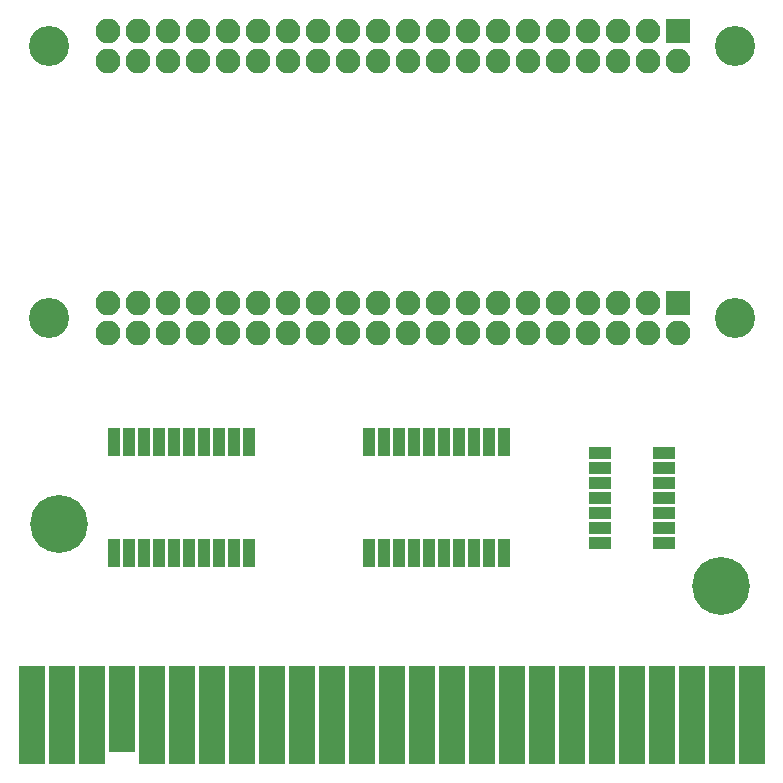
<source format=gbr>
G04 #@! TF.FileFunction,Soldermask,Top*
%FSLAX46Y46*%
G04 Gerber Fmt 4.6, Leading zero omitted, Abs format (unit mm)*
G04 Created by KiCad (PCBNEW 4.0.7) date 01/21/18 21:48:56*
%MOMM*%
%LPD*%
G01*
G04 APERTURE LIST*
%ADD10C,0.100000*%
%ADD11C,4.900000*%
%ADD12R,2.200000X8.400000*%
%ADD13R,2.200000X7.400000*%
%ADD14R,1.000000X2.350000*%
%ADD15R,1.900000X1.000000*%
%ADD16R,2.100000X2.100000*%
%ADD17O,2.100000X2.100000*%
%ADD18C,3.400000*%
G04 APERTURE END LIST*
D10*
D11*
X185333640Y-98897440D03*
D12*
X187949840Y-109827440D03*
X185409840Y-109827440D03*
X182869840Y-109827440D03*
X180329840Y-109827440D03*
X177789840Y-109827440D03*
X175249840Y-109827440D03*
X172709840Y-109827440D03*
X170169840Y-109827440D03*
X167629840Y-109827440D03*
X165089840Y-109827440D03*
X162549840Y-109827440D03*
X160009840Y-109827440D03*
X157469840Y-109827440D03*
X154929840Y-109827440D03*
X152389840Y-109827440D03*
X149849840Y-109827440D03*
X147309840Y-109827440D03*
X144769840Y-109827440D03*
X142229840Y-109827440D03*
X139689840Y-109827440D03*
X137149840Y-109827440D03*
D13*
X134604760Y-109334680D03*
D12*
X132069840Y-109827440D03*
X129529840Y-109827440D03*
X126989840Y-109827440D03*
D11*
X129334260Y-93695520D03*
D14*
X167005000Y-86740000D03*
X165735000Y-86740000D03*
X164465000Y-86740000D03*
X163195000Y-86740000D03*
X161925000Y-86740000D03*
X160655000Y-86740000D03*
X159385000Y-86740000D03*
X158115000Y-86740000D03*
X156845000Y-86740000D03*
X155575000Y-86740000D03*
X155575000Y-96140000D03*
X156845000Y-96140000D03*
X158115000Y-96140000D03*
X159385000Y-96140000D03*
X160655000Y-96140000D03*
X161925000Y-96140000D03*
X163195000Y-96140000D03*
X164465000Y-96140000D03*
X165735000Y-96140000D03*
X167005000Y-96140000D03*
X145415000Y-86740000D03*
X144145000Y-86740000D03*
X142875000Y-86740000D03*
X141605000Y-86740000D03*
X140335000Y-86740000D03*
X139065000Y-86740000D03*
X137795000Y-86740000D03*
X136525000Y-86740000D03*
X135255000Y-86740000D03*
X133985000Y-86740000D03*
X133985000Y-96140000D03*
X135255000Y-96140000D03*
X136525000Y-96140000D03*
X137795000Y-96140000D03*
X139065000Y-96140000D03*
X140335000Y-96140000D03*
X141605000Y-96140000D03*
X142875000Y-96140000D03*
X144145000Y-96140000D03*
X145415000Y-96140000D03*
D15*
X180500000Y-95250000D03*
X180500000Y-93980000D03*
X180500000Y-92710000D03*
X180500000Y-91440000D03*
X180500000Y-90170000D03*
X180500000Y-88900000D03*
X180500000Y-87630000D03*
X175100000Y-87630000D03*
X175100000Y-88900000D03*
X175100000Y-90170000D03*
X175100000Y-91440000D03*
X175100000Y-92710000D03*
X175100000Y-93980000D03*
X175100000Y-95250000D03*
D16*
X181674000Y-74930000D03*
D17*
X181674000Y-77470000D03*
X179134000Y-74930000D03*
X179134000Y-77470000D03*
X176594000Y-74930000D03*
X176594000Y-77470000D03*
X174054000Y-74930000D03*
X174054000Y-77470000D03*
X171514000Y-74930000D03*
X171514000Y-77470000D03*
X168974000Y-74930000D03*
X168974000Y-77470000D03*
X166434000Y-74930000D03*
X166434000Y-77470000D03*
X163894000Y-74930000D03*
X163894000Y-77470000D03*
X161354000Y-74930000D03*
X161354000Y-77470000D03*
X158814000Y-74930000D03*
X158814000Y-77470000D03*
X156274000Y-74930000D03*
X156274000Y-77470000D03*
X153734000Y-74930000D03*
X153734000Y-77470000D03*
X151194000Y-74930000D03*
X151194000Y-77470000D03*
X148654000Y-74930000D03*
X148654000Y-77470000D03*
X146114000Y-74930000D03*
X146114000Y-77470000D03*
X143574000Y-74930000D03*
X143574000Y-77470000D03*
X141034000Y-74930000D03*
X141034000Y-77470000D03*
X138494000Y-74930000D03*
X138494000Y-77470000D03*
X135954000Y-74930000D03*
X135954000Y-77470000D03*
X133414000Y-74930000D03*
X133414000Y-77470000D03*
D16*
X181674000Y-51943000D03*
D17*
X181674000Y-54483000D03*
X179134000Y-51943000D03*
X179134000Y-54483000D03*
X176594000Y-51943000D03*
X176594000Y-54483000D03*
X174054000Y-51943000D03*
X174054000Y-54483000D03*
X171514000Y-51943000D03*
X171514000Y-54483000D03*
X168974000Y-51943000D03*
X168974000Y-54483000D03*
X166434000Y-51943000D03*
X166434000Y-54483000D03*
X163894000Y-51943000D03*
X163894000Y-54483000D03*
X161354000Y-51943000D03*
X161354000Y-54483000D03*
X158814000Y-51943000D03*
X158814000Y-54483000D03*
X156274000Y-51943000D03*
X156274000Y-54483000D03*
X153734000Y-51943000D03*
X153734000Y-54483000D03*
X151194000Y-51943000D03*
X151194000Y-54483000D03*
X148654000Y-51943000D03*
X148654000Y-54483000D03*
X146114000Y-51943000D03*
X146114000Y-54483000D03*
X143574000Y-51943000D03*
X143574000Y-54483000D03*
X141034000Y-51943000D03*
X141034000Y-54483000D03*
X138494000Y-51943000D03*
X138494000Y-54483000D03*
X135954000Y-51943000D03*
X135954000Y-54483000D03*
X133414000Y-51943000D03*
X133414000Y-54483000D03*
D18*
X128500000Y-76213000D03*
X128500000Y-53213000D03*
X186500000Y-53213000D03*
X186500000Y-76213000D03*
X186500000Y-76213000D03*
X186500000Y-53213000D03*
X128500000Y-53213000D03*
X128500000Y-76213000D03*
M02*

</source>
